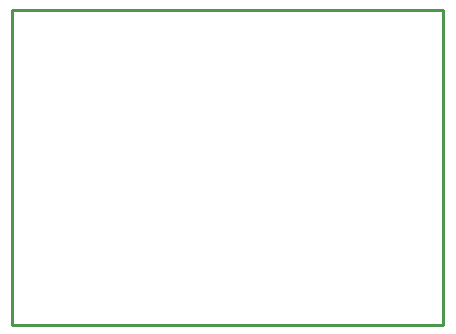
<source format=gbr>
G04 EAGLE Gerber RS-274X export*
G75*
%MOMM*%
%FSLAX34Y34*%
%LPD*%
%IN*%
%IPPOS*%
%AMOC8*
5,1,8,0,0,1.08239X$1,22.5*%
G01*
%ADD10C,0.254000*%


D10*
X342900Y330200D02*
X707900Y330200D01*
X707900Y596800D01*
X342900Y596800D01*
X342900Y330200D01*
M02*

</source>
